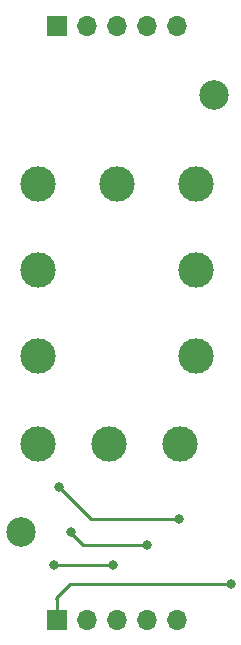
<source format=gbl>
G04 #@! TF.GenerationSoftware,KiCad,Pcbnew,(6.0.5)*
G04 #@! TF.CreationDate,2022-08-24T21:54:21+01:00*
G04 #@! TF.ProjectId,iel-adapter,69656c2d-6164-4617-9074-65722e6b6963,rev?*
G04 #@! TF.SameCoordinates,Original*
G04 #@! TF.FileFunction,Copper,L2,Bot*
G04 #@! TF.FilePolarity,Positive*
%FSLAX46Y46*%
G04 Gerber Fmt 4.6, Leading zero omitted, Abs format (unit mm)*
G04 Created by KiCad (PCBNEW (6.0.5)) date 2022-08-24 21:54:21*
%MOMM*%
%LPD*%
G01*
G04 APERTURE LIST*
G04 #@! TA.AperFunction,ComponentPad*
%ADD10R,1.700000X1.700000*%
G04 #@! TD*
G04 #@! TA.AperFunction,ComponentPad*
%ADD11O,1.700000X1.700000*%
G04 #@! TD*
G04 #@! TA.AperFunction,ComponentPad*
%ADD12C,2.500000*%
G04 #@! TD*
G04 #@! TA.AperFunction,ComponentPad*
%ADD13C,3.000000*%
G04 #@! TD*
G04 #@! TA.AperFunction,ViaPad*
%ADD14C,0.800000*%
G04 #@! TD*
G04 #@! TA.AperFunction,Conductor*
%ADD15C,0.250000*%
G04 #@! TD*
G04 APERTURE END LIST*
D10*
X161725000Y-52300000D03*
D11*
X164265000Y-52300000D03*
X166805000Y-52300000D03*
X169345000Y-52300000D03*
X171885000Y-52300000D03*
D10*
X161725000Y-102600000D03*
D11*
X164265000Y-102600000D03*
X166805000Y-102600000D03*
X169345000Y-102600000D03*
X171885000Y-102600000D03*
D12*
X175000000Y-58200000D03*
X158600000Y-95200000D03*
D13*
X173500000Y-65700000D03*
X166800000Y-65700000D03*
X160100000Y-65700000D03*
X160100000Y-73000000D03*
X160100000Y-80300000D03*
X160100000Y-87700000D03*
X166100000Y-87700000D03*
X172100000Y-87700000D03*
X173500000Y-80300000D03*
X173500000Y-73000000D03*
D14*
X176400000Y-99600000D03*
X166400000Y-98000000D03*
X161400000Y-98000000D03*
X162900000Y-95200000D03*
X169300000Y-96300000D03*
X161900000Y-91400000D03*
X172000000Y-94100000D03*
D15*
X176400000Y-99600000D02*
X162800000Y-99600000D01*
X161725000Y-100925000D02*
X161725000Y-102600000D01*
X161600000Y-100800000D02*
X161725000Y-100925000D01*
X162800000Y-99600000D02*
X161600000Y-100800000D01*
X166400000Y-98000000D02*
X161400000Y-98000000D01*
X162900000Y-95300000D02*
X162900000Y-95200000D01*
X169300000Y-96300000D02*
X163900000Y-96300000D01*
X163900000Y-96300000D02*
X162900000Y-95300000D01*
X172000000Y-94100000D02*
X164600000Y-94100000D01*
X164600000Y-94100000D02*
X161900000Y-91400000D01*
M02*

</source>
